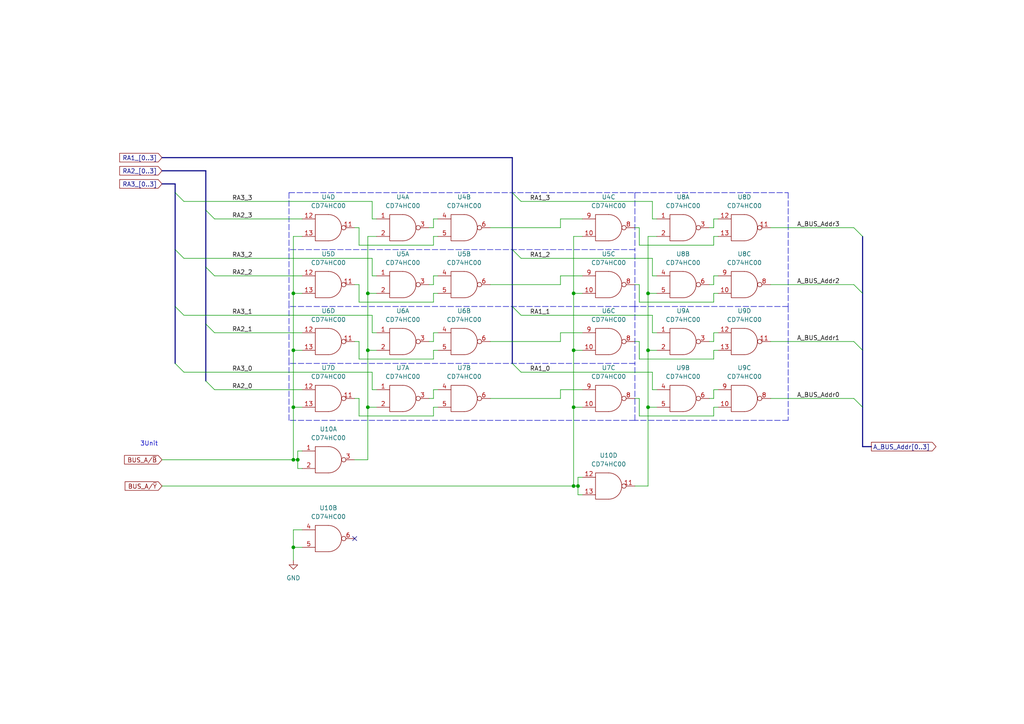
<source format=kicad_sch>
(kicad_sch (version 20211123) (generator eeschema)
  (paper "A4")
  (lib_symbols
    (symbol "CD74HCxx:CD74HC00" (pin_names (offset 0.762))
      (property "Reference" "U" (at -2.54 6.985 0))
      (property "Value" "CD74HC00" (at 1.27 5.08 0))
      (symbol "CD74HC00_0_0"
        (pin power_in line (at -2.54 2.54 0) (length 0) hide (name "VCC") (number "14"))
        (pin power_in line (at -2.54 -2.54 0) (length 0) hide (name "GND") (number "7"))
      )
      (symbol "CD74HC00_0_1"
        (arc (start 0 -3.81) (mid 3.81 0) (end 0 3.81))
        (polyline (pts (xy 0 3.81) (xy -3.81 3.81) (xy -3.81 -3.81) (xy 0 -3.81)))
      )
      (symbol "CD74HC00_0_2"
        (arc (start -4.445 -3.81) (mid -3.175 0) (end -4.445 3.81))
        (arc (start -3.175 -3.81) (mid 0.803 -2.7954) (end 3.81 0))
        (polyline (pts (xy -4.445 -3.81) (xy -3.175 -3.81)))
        (polyline (pts (xy -4.445 3.81) (xy -3.175 3.81)))
        (arc (start 3.81 0) (mid 0.8099 2.8117) (end -3.175 3.81))
      )
      (symbol "CD74HC00_1_1"
        (pin input line (at -7.62 2.54 0) (length 3.81) (name "~") (number "1"))
        (pin input line (at -7.62 -2.54 0) (length 3.81) (name "~") (number "2"))
        (pin output inverted (at 7.62 0 180) (length 3.81) (name "~") (number "3"))
      )
      (symbol "CD74HC00_1_2"
        (pin input inverted (at -7.62 2.54 0) (length 3.81) (name "~") (number "1"))
        (pin input inverted (at -7.62 -2.54 0) (length 3.81) (name "~") (number "2"))
        (pin output line (at 7.62 0 180) (length 3.81) (name "~") (number "3"))
      )
      (symbol "CD74HC00_2_1"
        (pin input line (at -7.62 2.54 0) (length 3.81) (name "~") (number "4"))
        (pin input line (at -7.62 -2.54 0) (length 3.81) (name "~") (number "5"))
        (pin output inverted (at 7.62 0 180) (length 3.81) (name "~") (number "6"))
      )
      (symbol "CD74HC00_2_2"
        (pin input inverted (at -7.62 2.54 0) (length 3.81) (name "~") (number "4"))
        (pin input inverted (at -7.62 -2.54 0) (length 3.81) (name "~") (number "5"))
        (pin output line (at 7.62 0 180) (length 3.81) (name "~") (number "6"))
      )
      (symbol "CD74HC00_3_1"
        (pin input line (at -7.62 -2.54 0) (length 3.81) (name "~") (number "10"))
        (pin output inverted (at 7.62 0 180) (length 3.81) (name "~") (number "8"))
        (pin input line (at -7.62 2.54 0) (length 3.81) (name "~") (number "9"))
      )
      (symbol "CD74HC00_3_2"
        (pin input inverted (at -7.62 -2.54 0) (length 3.81) (name "~") (number "10"))
        (pin output line (at 7.62 0 180) (length 3.81) (name "~") (number "8"))
        (pin input inverted (at -7.62 2.54 0) (length 3.81) (name "~") (number "9"))
      )
      (symbol "CD74HC00_4_1"
        (pin output inverted (at 7.62 0 180) (length 3.81) (name "~") (number "11"))
        (pin input line (at -7.62 2.54 0) (length 3.81) (name "~") (number "12"))
        (pin input line (at -7.62 -2.54 0) (length 3.81) (name "~") (number "13"))
      )
      (symbol "CD74HC00_4_2"
        (pin output line (at 7.62 0 180) (length 3.81) (name "~") (number "11"))
        (pin input inverted (at -7.62 2.54 0) (length 3.81) (name "~") (number "12"))
        (pin input inverted (at -7.62 -2.54 0) (length 3.81) (name "~") (number "13"))
      )
    )
    (symbol "power:GND" (power) (pin_names (offset 0))
      (property "Value" "GND" (at 0 -3.81 0))
      (symbol "GND_0_1"
        (polyline (pts (xy 0 0) (xy 0 -1.27) (xy 1.27 -1.27) (xy 0 -2.54) (xy -1.27 -1.27) (xy 0 -1.27)))
      )
      (symbol "GND_1_1"
        (pin power_in line (at 0 0 270) (length 0) hide (name "GND") (number "1"))
      )
    )
  )
  (junction (at 86.36 133.35))
  (junction (at 166.37 85.09))
  (junction (at 106.68 118.11))
  (junction (at 187.96 118.11))
  (junction (at 166.37 140.97))
  (junction (at 187.96 101.6))
  (junction (at 85.09 85.09))
  (junction (at 85.09 133.35))
  (junction (at 187.96 85.09))
  (junction (at 85.09 118.11))
  (junction (at 166.37 101.6))
  (junction (at 106.68 85.09))
  (junction (at 166.37 118.11))
  (junction (at 106.68 101.6))
  (junction (at 85.09 158.75))
  (junction (at 167.64 140.97))
  (junction (at 85.09 101.6))
  (no_connect (at 102.87 156.21))
  (bus_entry (at 247.65 99.06) (size 2.54 2.54))
  (bus_entry (at 151.13 91.44) (size -2.54 -2.54))
  (bus_entry (at 151.13 74.93) (size -2.54 -2.54))
  (bus_entry (at 247.65 115.57) (size 2.54 2.54))
  (bus_entry (at 53.34 58.42) (size -2.54 -2.54))
  (bus_entry (at 247.65 66.04) (size 2.54 2.54))
  (bus_entry (at 151.13 58.42) (size -2.54 -2.54))
  (bus_entry (at 53.34 74.93) (size -2.54 -2.54))
  (bus_entry (at 62.23 96.52) (size -2.54 -2.54))
  (bus_entry (at 53.34 107.95) (size -2.54 -2.54))
  (bus_entry (at 53.34 91.44) (size -2.54 -2.54))
  (bus_entry (at 62.23 113.03) (size -2.54 -2.54))
  (bus_entry (at 62.23 80.01) (size -2.54 -2.54))
  (bus_entry (at 62.23 63.5) (size -2.54 -2.54))
  (bus_entry (at 247.65 82.55) (size 2.54 2.54))
  (bus_entry (at 151.13 107.95) (size -2.54 -2.54))
  (polyline (pts (xy 83.82 121.92) (xy 83.82 105.41)))
  (wire (pts (xy 166.37 118.11) (xy 168.91 118.11)))
  (wire (pts (xy 107.95 113.03) (xy 107.95 107.95)))
  (wire (pts (xy 207.01 80.01) (xy 208.28 80.01)))
  (wire (pts (xy 85.09 153.67) (xy 85.09 158.75)))
  (wire (pts (xy 102.87 133.35) (xy 106.68 133.35)))
  (polyline (pts (xy 228.6 55.88) (xy 228.6 88.9)))
  (polyline (pts (xy 83.82 88.9) (xy 83.82 72.39)))
  (wire (pts (xy 207.01 113.03) (xy 208.28 113.03)))
  (wire (pts (xy 109.22 63.5) (xy 107.95 63.5)))
  (polyline (pts (xy 184.15 121.92) (xy 83.82 121.92)))
  (wire (pts (xy 184.15 99.06) (xy 185.42 99.06)))
  (wire (pts (xy 125.73 66.04) (xy 125.73 63.5)))
  (wire (pts (xy 166.37 85.09) (xy 166.37 101.6)))
  (wire (pts (xy 62.23 96.52) (xy 87.63 96.52)))
  (wire (pts (xy 102.87 99.06) (xy 104.14 99.06)))
  (wire (pts (xy 104.14 115.57) (xy 104.14 120.65)))
  (wire (pts (xy 207.01 63.5) (xy 208.28 63.5)))
  (wire (pts (xy 109.22 80.01) (xy 107.95 80.01)))
  (wire (pts (xy 187.96 101.6) (xy 190.5 101.6)))
  (wire (pts (xy 62.23 113.03) (xy 87.63 113.03)))
  (wire (pts (xy 85.09 68.58) (xy 87.63 68.58)))
  (wire (pts (xy 189.23 113.03) (xy 189.23 107.95)))
  (wire (pts (xy 85.09 158.75) (xy 85.09 162.56)))
  (wire (pts (xy 86.36 130.81) (xy 86.36 133.35)))
  (wire (pts (xy 185.42 120.65) (xy 207.01 120.65)))
  (wire (pts (xy 207.01 68.58) (xy 208.28 68.58)))
  (wire (pts (xy 104.14 66.04) (xy 104.14 71.12)))
  (wire (pts (xy 185.42 82.55) (xy 185.42 87.63)))
  (wire (pts (xy 106.68 68.58) (xy 109.22 68.58)))
  (wire (pts (xy 167.64 143.51) (xy 168.91 143.51)))
  (wire (pts (xy 104.14 71.12) (xy 125.73 71.12)))
  (wire (pts (xy 124.46 66.04) (xy 125.73 66.04)))
  (wire (pts (xy 190.5 96.52) (xy 189.23 96.52)))
  (bus (pts (xy 250.19 85.09) (xy 250.19 68.58)))
  (wire (pts (xy 125.73 85.09) (xy 127 85.09)))
  (wire (pts (xy 166.37 68.58) (xy 168.91 68.58)))
  (wire (pts (xy 125.73 101.6) (xy 127 101.6)))
  (wire (pts (xy 207.01 82.55) (xy 207.01 80.01)))
  (bus (pts (xy 50.8 88.9) (xy 50.8 105.41)))
  (wire (pts (xy 106.68 118.11) (xy 109.22 118.11)))
  (wire (pts (xy 124.46 115.57) (xy 125.73 115.57)))
  (bus (pts (xy 148.59 55.88) (xy 148.59 72.39)))
  (bus (pts (xy 59.69 60.96) (xy 59.69 77.47)))
  (wire (pts (xy 102.87 82.55) (xy 104.14 82.55)))
  (wire (pts (xy 85.09 85.09) (xy 85.09 101.6)))
  (wire (pts (xy 125.73 71.12) (xy 125.73 68.58)))
  (polyline (pts (xy 228.6 121.92) (xy 184.15 121.92)))
  (polyline (pts (xy 184.15 88.9) (xy 184.15 72.39)))
  (wire (pts (xy 125.73 99.06) (xy 125.73 96.52)))
  (wire (pts (xy 46.99 133.35) (xy 85.09 133.35)))
  (wire (pts (xy 142.24 115.57) (xy 162.56 115.57)))
  (wire (pts (xy 102.87 66.04) (xy 104.14 66.04)))
  (wire (pts (xy 53.34 58.42) (xy 107.95 58.42)))
  (wire (pts (xy 162.56 96.52) (xy 168.91 96.52)))
  (bus (pts (xy 46.99 49.53) (xy 59.69 49.53)))
  (wire (pts (xy 207.01 118.11) (xy 208.28 118.11)))
  (polyline (pts (xy 184.15 121.92) (xy 184.15 105.41)))
  (bus (pts (xy 46.99 45.72) (xy 148.59 45.72)))
  (wire (pts (xy 190.5 80.01) (xy 189.23 80.01)))
  (wire (pts (xy 207.01 104.14) (xy 207.01 101.6)))
  (bus (pts (xy 50.8 55.88) (xy 50.8 53.34)))
  (bus (pts (xy 148.59 45.72) (xy 148.59 55.88)))
  (bus (pts (xy 59.69 93.98) (xy 59.69 110.49)))
  (wire (pts (xy 223.52 66.04) (xy 247.65 66.04)))
  (wire (pts (xy 85.09 101.6) (xy 87.63 101.6)))
  (wire (pts (xy 166.37 68.58) (xy 166.37 85.09)))
  (wire (pts (xy 205.74 66.04) (xy 207.01 66.04)))
  (wire (pts (xy 189.23 63.5) (xy 189.23 58.42)))
  (wire (pts (xy 205.74 115.57) (xy 207.01 115.57)))
  (bus (pts (xy 59.69 49.53) (xy 59.69 60.96)))
  (wire (pts (xy 151.13 58.42) (xy 189.23 58.42)))
  (wire (pts (xy 223.52 99.06) (xy 247.65 99.06)))
  (wire (pts (xy 185.42 99.06) (xy 185.42 104.14)))
  (bus (pts (xy 250.19 129.54) (xy 252.73 129.54)))
  (wire (pts (xy 107.95 80.01) (xy 107.95 74.93)))
  (wire (pts (xy 223.52 82.55) (xy 247.65 82.55)))
  (wire (pts (xy 187.96 101.6) (xy 187.96 118.11)))
  (wire (pts (xy 207.01 115.57) (xy 207.01 113.03)))
  (wire (pts (xy 125.73 80.01) (xy 127 80.01)))
  (wire (pts (xy 151.13 74.93) (xy 189.23 74.93)))
  (wire (pts (xy 106.68 101.6) (xy 106.68 118.11)))
  (wire (pts (xy 167.64 138.43) (xy 167.64 140.97)))
  (wire (pts (xy 85.09 85.09) (xy 87.63 85.09)))
  (wire (pts (xy 162.56 80.01) (xy 168.91 80.01)))
  (wire (pts (xy 184.15 82.55) (xy 185.42 82.55)))
  (bus (pts (xy 250.19 129.54) (xy 250.19 118.11)))
  (wire (pts (xy 162.56 82.55) (xy 162.56 80.01)))
  (wire (pts (xy 207.01 71.12) (xy 207.01 68.58)))
  (wire (pts (xy 185.42 66.04) (xy 185.42 71.12)))
  (wire (pts (xy 125.73 96.52) (xy 127 96.52)))
  (wire (pts (xy 189.23 96.52) (xy 189.23 91.44)))
  (wire (pts (xy 166.37 140.97) (xy 167.64 140.97)))
  (wire (pts (xy 85.09 118.11) (xy 85.09 133.35)))
  (wire (pts (xy 142.24 99.06) (xy 162.56 99.06)))
  (wire (pts (xy 53.34 107.95) (xy 107.95 107.95)))
  (wire (pts (xy 189.23 80.01) (xy 189.23 74.93)))
  (polyline (pts (xy 83.82 105.41) (xy 83.82 88.9)))
  (wire (pts (xy 104.14 87.63) (xy 125.73 87.63)))
  (wire (pts (xy 185.42 87.63) (xy 207.01 87.63)))
  (wire (pts (xy 125.73 63.5) (xy 127 63.5)))
  (wire (pts (xy 166.37 118.11) (xy 166.37 140.97)))
  (wire (pts (xy 166.37 85.09) (xy 168.91 85.09)))
  (polyline (pts (xy 184.15 88.9) (xy 184.15 105.41)))
  (wire (pts (xy 104.14 82.55) (xy 104.14 87.63)))
  (wire (pts (xy 53.34 91.44) (xy 107.95 91.44)))
  (wire (pts (xy 109.22 96.52) (xy 107.95 96.52)))
  (wire (pts (xy 142.24 82.55) (xy 162.56 82.55)))
  (wire (pts (xy 207.01 66.04) (xy 207.01 63.5)))
  (bus (pts (xy 148.59 72.39) (xy 148.59 88.9)))
  (wire (pts (xy 207.01 87.63) (xy 207.01 85.09)))
  (wire (pts (xy 187.96 85.09) (xy 190.5 85.09)))
  (wire (pts (xy 184.15 115.57) (xy 185.42 115.57)))
  (wire (pts (xy 207.01 101.6) (xy 208.28 101.6)))
  (wire (pts (xy 125.73 87.63) (xy 125.73 85.09)))
  (wire (pts (xy 87.63 153.67) (xy 85.09 153.67)))
  (polyline (pts (xy 83.82 55.88) (xy 184.15 55.88)))
  (wire (pts (xy 151.13 91.44) (xy 189.23 91.44)))
  (wire (pts (xy 125.73 120.65) (xy 125.73 118.11)))
  (wire (pts (xy 85.09 101.6) (xy 85.09 118.11)))
  (wire (pts (xy 104.14 120.65) (xy 125.73 120.65)))
  (wire (pts (xy 184.15 66.04) (xy 185.42 66.04)))
  (wire (pts (xy 62.23 80.01) (xy 87.63 80.01)))
  (wire (pts (xy 53.34 74.93) (xy 107.95 74.93)))
  (wire (pts (xy 205.74 99.06) (xy 207.01 99.06)))
  (wire (pts (xy 185.42 115.57) (xy 185.42 120.65)))
  (bus (pts (xy 46.99 53.34) (xy 50.8 53.34)))
  (bus (pts (xy 250.19 118.11) (xy 250.19 101.6)))
  (wire (pts (xy 190.5 113.03) (xy 189.23 113.03)))
  (wire (pts (xy 207.01 85.09) (xy 208.28 85.09)))
  (wire (pts (xy 185.42 71.12) (xy 207.01 71.12)))
  (wire (pts (xy 107.95 63.5) (xy 107.95 58.42)))
  (wire (pts (xy 207.01 99.06) (xy 207.01 96.52)))
  (bus (pts (xy 250.19 101.6) (xy 250.19 85.09)))
  (wire (pts (xy 87.63 130.81) (xy 86.36 130.81)))
  (wire (pts (xy 162.56 99.06) (xy 162.56 96.52)))
  (wire (pts (xy 207.01 120.65) (xy 207.01 118.11)))
  (wire (pts (xy 187.96 118.11) (xy 187.96 140.97)))
  (wire (pts (xy 125.73 82.55) (xy 125.73 80.01)))
  (wire (pts (xy 142.24 66.04) (xy 162.56 66.04)))
  (wire (pts (xy 106.68 101.6) (xy 109.22 101.6)))
  (wire (pts (xy 106.68 85.09) (xy 109.22 85.09)))
  (wire (pts (xy 168.91 138.43) (xy 167.64 138.43)))
  (polyline (pts (xy 184.15 88.9) (xy 83.82 88.9)))
  (wire (pts (xy 85.09 133.35) (xy 86.36 133.35)))
  (wire (pts (xy 190.5 63.5) (xy 189.23 63.5)))
  (wire (pts (xy 107.95 96.52) (xy 107.95 91.44)))
  (wire (pts (xy 162.56 113.03) (xy 168.91 113.03)))
  (wire (pts (xy 125.73 104.14) (xy 125.73 101.6)))
  (wire (pts (xy 185.42 104.14) (xy 207.01 104.14)))
  (wire (pts (xy 104.14 104.14) (xy 125.73 104.14)))
  (polyline (pts (xy 228.6 88.9) (xy 184.15 88.9)))
  (wire (pts (xy 124.46 99.06) (xy 125.73 99.06)))
  (wire (pts (xy 124.46 82.55) (xy 125.73 82.55)))
  (wire (pts (xy 104.14 99.06) (xy 104.14 104.14)))
  (polyline (pts (xy 184.15 55.88) (xy 228.6 55.88)))
  (wire (pts (xy 46.99 140.97) (xy 166.37 140.97)))
  (wire (pts (xy 223.52 115.57) (xy 247.65 115.57)))
  (wire (pts (xy 187.96 68.58) (xy 187.96 85.09)))
  (wire (pts (xy 85.09 68.58) (xy 85.09 85.09)))
  (bus (pts (xy 59.69 77.47) (xy 59.69 93.98)))
  (bus (pts (xy 148.59 88.9) (xy 148.59 105.41)))
  (wire (pts (xy 207.01 96.52) (xy 208.28 96.52)))
  (wire (pts (xy 125.73 113.03) (xy 127 113.03)))
  (wire (pts (xy 85.09 118.11) (xy 87.63 118.11)))
  (wire (pts (xy 125.73 68.58) (xy 127 68.58)))
  (wire (pts (xy 125.73 118.11) (xy 127 118.11)))
  (wire (pts (xy 86.36 135.89) (xy 87.63 135.89)))
  (polyline (pts (xy 184.15 72.39) (xy 83.82 72.39)))
  (polyline (pts (xy 83.82 55.88) (xy 83.82 72.39)))
  (wire (pts (xy 162.56 115.57) (xy 162.56 113.03)))
  (polyline (pts (xy 184.15 105.41) (xy 83.82 105.41)))
  (bus (pts (xy 50.8 55.88) (xy 50.8 72.39)))
  (wire (pts (xy 62.23 63.5) (xy 87.63 63.5)))
  (wire (pts (xy 166.37 101.6) (xy 166.37 118.11)))
  (wire (pts (xy 162.56 63.5) (xy 168.91 63.5)))
  (wire (pts (xy 106.68 85.09) (xy 106.68 101.6)))
  (wire (pts (xy 167.64 140.97) (xy 167.64 143.51)))
  (wire (pts (xy 85.09 158.75) (xy 87.63 158.75)))
  (polyline (pts (xy 184.15 55.88) (xy 184.15 72.39)))
  (bus (pts (xy 50.8 72.39) (xy 50.8 88.9)))
  (wire (pts (xy 102.87 115.57) (xy 104.14 115.57)))
  (wire (pts (xy 187.96 68.58) (xy 190.5 68.58)))
  (wire (pts (xy 86.36 133.35) (xy 86.36 135.89)))
  (wire (pts (xy 187.96 85.09) (xy 187.96 101.6)))
  (wire (pts (xy 106.68 118.11) (xy 106.68 133.35)))
  (wire (pts (xy 106.68 68.58) (xy 106.68 85.09)))
  (wire (pts (xy 166.37 101.6) (xy 168.91 101.6)))
  (polyline (pts (xy 228.6 88.9) (xy 228.6 121.92)))
  (wire (pts (xy 205.74 82.55) (xy 207.01 82.55)))
  (wire (pts (xy 162.56 66.04) (xy 162.56 63.5)))
  (wire (pts (xy 109.22 113.03) (xy 107.95 113.03)))
  (wire (pts (xy 187.96 118.11) (xy 190.5 118.11)))
  (wire (pts (xy 125.73 115.57) (xy 125.73 113.03)))
  (wire (pts (xy 151.13 107.95) (xy 189.23 107.95)))
  (wire (pts (xy 184.15 140.97) (xy 187.96 140.97)))
  (text "3Unit" (at 40.64 129.54 0) (effects (font (size 1.27 1.27)) (justify left bottom)))
  (label "RA2_3" (at 67.31 63.5 0))
  (label "A_BUS_Addr0" (at 231.14 115.57 0))
  (label "A_BUS_Addr2" (at 231.14 82.55 0))
  (label "RA1_1" (at 153.67 91.44 0))
  (label "RA2_1" (at 67.31 96.52 0))
  (label "RA2_2" (at 67.31 80.01 0))
  (label "RA1_3" (at 153.67 58.42 0))
  (label "RA3_0" (at 67.31 107.95 0))
  (label "RA1_0" (at 153.67 107.95 0))
  (label "A_BUS_Addr1" (at 231.14 99.06 0))
  (label "RA3_1" (at 67.31 91.44 0))
  (label "A_BUS_Addr3" (at 231.14 66.04 0))
  (label "RA3_3" (at 67.31 58.42 0))
  (label "RA3_2" (at 67.31 74.93 0))
  (label "RA2_0" (at 67.31 113.03 0))
  (label "RA1_2" (at 153.67 74.93 0))
  (global_label "RA3_[0..3]" (shape input) (at 46.99 53.34 180) (property "Intersheet References" "${INTERSHEET_REFS}" (effects hide)))
  (global_label "A_BUS_Addr[0..3]" (shape output) (at 252.73 129.54 0) (property "Intersheet References" "${INTERSHEET_REFS}" (effects hide)))
  (global_label "BUS_A{slash}~{Y}" (shape input) (at 46.99 140.97 180) (property "Intersheet References" "${INTERSHEET_REFS}" (effects hide)))
  (global_label "RA2_[0..3]" (shape input) (at 46.99 49.53 180) (property "Intersheet References" "${INTERSHEET_REFS}" (effects hide)))
  (global_label "BUS_A{slash}~{B}" (shape input) (at 46.99 133.35 180) (property "Intersheet References" "${INTERSHEET_REFS}" (effects hide)))
  (global_label "RA1_[0..3]" (shape input) (at 46.99 45.72 180) (property "Intersheet References" "${INTERSHEET_REFS}" (effects hide)))
  (symbol (lib_id "CD74HCxx:CD74HC00") (at 215.9 66.04 0) (unit 4)
    (property "Reference" "U8" (at 215.9 57.15 0))
    (property "Value" "CD74HC00" (at 215.9 59.69 0))
    (property "Footprint" "Package_DIP:DIP-14_W7.62mm" (effects hide))
  )
  (symbol (lib_id "CD74HCxx:CD74HC00") (at 176.53 140.97 0) (unit 4)
    (property "Reference" "U10" (at 176.53 132.08 0))
    (property "Value" "CD74HC00" (at 176.53 134.62 0))
    (property "Footprint" "Package_DIP:DIP-14_W7.62mm" (effects hide))
  )
  (symbol (lib_id "CD74HCxx:CD74HC00") (at 95.25 115.57 0) (unit 4)
    (property "Reference" "U7" (at 95.25 106.68 0))
    (property "Value" "CD74HC00" (at 95.25 109.22 0))
    (property "Footprint" "Package_DIP:DIP-14_W7.62mm" (effects hide))
  )
  (symbol (lib_id "CD74HCxx:CD74HC00") (at 176.53 82.55 0) (unit 3)
    (property "Reference" "U5" (at 176.53 73.66 0))
    (property "Value" "CD74HC00" (at 176.53 76.2 0))
    (property "Footprint" "Package_DIP:DIP-14_W7.62mm" (effects hide))
  )
  (symbol (lib_id "CD74HCxx:CD74HC00") (at 215.9 115.57 0) (unit 3)
    (property "Reference" "U9" (at 215.9 106.68 0))
    (property "Value" "CD74HC00" (at 215.9 109.22 0))
    (property "Footprint" "Package_DIP:DIP-14_W7.62mm" (effects hide))
  )
  (symbol (lib_id "CD74HCxx:CD74HC00") (at 95.25 133.35 0) (unit 1)
    (property "Reference" "U10" (at 95.25 124.46 0))
    (property "Value" "CD74HC00" (at 95.25 127 0))
    (property "Footprint" "Package_DIP:DIP-14_W7.62mm" (effects hide))
  )
  (symbol (lib_id "CD74HCxx:CD74HC00") (at 116.84 82.55 0) (unit 1)
    (property "Reference" "U5" (at 116.84 73.66 0))
    (property "Value" "CD74HC00" (at 116.84 76.2 0))
    (property "Footprint" "Package_DIP:DIP-14_W7.62mm" (effects hide))
  )
  (symbol (lib_id "CD74HCxx:CD74HC00") (at 95.25 66.04 0) (unit 4)
    (property "Reference" "U4" (at 95.25 57.15 0))
    (property "Value" "CD74HC00" (at 95.25 59.69 0))
    (property "Footprint" "Package_DIP:DIP-14_W7.62mm" (effects hide))
  )
  (symbol (lib_id "CD74HCxx:CD74HC00") (at 198.12 66.04 0) (unit 1)
    (property "Reference" "U8" (at 198.12 57.15 0))
    (property "Value" "CD74HC00" (at 198.12 59.69 0))
    (property "Footprint" "Package_DIP:DIP-14_W7.62mm" (effects hide))
  )
  (symbol (lib_id "CD74HCxx:CD74HC00") (at 134.62 66.04 0) (unit 2)
    (property "Reference" "U4" (at 134.62 57.15 0))
    (property "Value" "CD74HC00" (at 134.62 59.69 0))
    (property "Footprint" "Package_DIP:DIP-14_W7.62mm" (effects hide))
  )
  (symbol (lib_id "CD74HCxx:CD74HC00") (at 198.12 115.57 0) (unit 2)
    (property "Reference" "U9" (at 198.12 106.68 0))
    (property "Value" "CD74HC00" (at 198.12 109.22 0))
    (property "Footprint" "Package_DIP:DIP-14_W7.62mm" (effects hide))
  )
  (symbol (lib_id "CD74HCxx:CD74HC00") (at 134.62 115.57 0) (unit 2)
    (property "Reference" "U7" (at 134.62 106.68 0))
    (property "Value" "CD74HC00" (at 134.62 109.22 0))
    (property "Footprint" "Package_DIP:DIP-14_W7.62mm" (effects hide))
  )
  (symbol (lib_id "CD74HCxx:CD74HC00") (at 198.12 99.06 0) (unit 1)
    (property "Reference" "U9" (at 198.12 90.17 0))
    (property "Value" "CD74HC00" (at 198.12 92.71 0))
    (property "Footprint" "Package_DIP:DIP-14_W7.62mm" (effects hide))
  )
  (symbol (lib_id "CD74HCxx:CD74HC00") (at 198.12 82.55 0) (unit 2)
    (property "Reference" "U8" (at 198.12 73.66 0))
    (property "Value" "CD74HC00" (at 198.12 76.2 0))
    (property "Footprint" "Package_DIP:DIP-14_W7.62mm" (effects hide))
  )
  (symbol (lib_id "CD74HCxx:CD74HC00") (at 176.53 66.04 0) (unit 3)
    (property "Reference" "U4" (at 176.53 57.15 0))
    (property "Value" "CD74HC00" (at 176.53 59.69 0))
    (property "Footprint" "Package_DIP:DIP-14_W7.62mm" (effects hide))
  )
  (symbol (lib_id "CD74HCxx:CD74HC00") (at 176.53 115.57 0) (unit 3)
    (property "Reference" "U7" (at 176.53 106.68 0))
    (property "Value" "CD74HC00" (at 176.53 109.22 0))
    (property "Footprint" "Package_DIP:DIP-14_W7.62mm" (effects hide))
  )
  (symbol (lib_id "CD74HCxx:CD74HC00") (at 116.84 99.06 0) (unit 1)
    (property "Reference" "U6" (at 116.84 90.17 0))
    (property "Value" "CD74HC00" (at 116.84 92.71 0))
    (property "Footprint" "Package_DIP:DIP-14_W7.62mm" (effects hide))
  )
  (symbol (lib_id "CD74HCxx:CD74HC00") (at 95.25 99.06 0) (unit 4)
    (property "Reference" "U6" (at 95.25 90.17 0))
    (property "Value" "CD74HC00" (at 95.25 92.71 0))
    (property "Footprint" "Package_DIP:DIP-14_W7.62mm" (effects hide))
  )
  (symbol (lib_id "CD74HCxx:CD74HC00") (at 215.9 82.55 0) (unit 3)
    (property "Reference" "U8" (at 215.9 73.66 0))
    (property "Value" "CD74HC00" (at 215.9 76.2 0))
    (property "Footprint" "Package_DIP:DIP-14_W7.62mm" (effects hide))
  )
  (symbol (lib_id "CD74HCxx:CD74HC00") (at 176.53 99.06 0) (unit 3)
    (property "Reference" "U6" (at 176.53 90.17 0))
    (property "Value" "CD74HC00" (at 176.53 92.71 0))
    (property "Footprint" "Package_DIP:DIP-14_W7.62mm" (effects hide))
  )
  (symbol (lib_id "CD74HCxx:CD74HC00") (at 95.25 156.21 0) (unit 2)
    (property "Reference" "U10" (at 95.25 147.32 0))
    (property "Value" "CD74HC00" (at 95.25 149.86 0))
    (property "Footprint" "Package_DIP:DIP-14_W7.62mm" (effects hide))
  )
  (symbol (lib_id "CD74HCxx:CD74HC00") (at 134.62 82.55 0) (unit 2)
    (property "Reference" "U5" (at 134.62 73.66 0))
    (property "Value" "CD74HC00" (at 134.62 76.2 0))
    (property "Footprint" "Package_DIP:DIP-14_W7.62mm" (effects hide))
  )
  (symbol (lib_id "CD74HCxx:CD74HC00") (at 95.25 82.55 0) (unit 4)
    (property "Reference" "U5" (at 95.25 73.66 0))
    (property "Value" "CD74HC00" (at 95.25 76.2 0))
    (property "Footprint" "Package_DIP:DIP-14_W7.62mm" (effects hide))
  )
  (symbol (lib_id "CD74HCxx:CD74HC00") (at 215.9 99.06 0) (unit 4)
    (property "Reference" "U9" (at 215.9 90.17 0))
    (property "Value" "CD74HC00" (at 215.9 92.71 0))
    (property "Footprint" "Package_DIP:DIP-14_W7.62mm" (effects hide))
  )
  (symbol (lib_id "CD74HCxx:CD74HC00") (at 134.62 99.06 0) (unit 2)
    (property "Reference" "U6" (at 134.62 90.17 0))
    (property "Value" "CD74HC00" (at 134.62 92.71 0))
    (property "Footprint" "Package_DIP:DIP-14_W7.62mm" (effects hide))
  )
  (symbol (lib_id "CD74HCxx:CD74HC00") (at 116.84 115.57 0) (unit 1)
    (property "Reference" "U7" (at 116.84 106.68 0))
    (property "Value" "CD74HC00" (at 116.84 109.22 0))
    (property "Footprint" "Package_DIP:DIP-14_W7.62mm" (effects hide))
  )
  (symbol (lib_id "power:GND") (at 85.09 162.56 0) (unit 1)
    (property "Reference" "#PWR018" (effects hide))
    (property "Value" "GND" (at 85.09 167.64 0))
  )
  (symbol (lib_id "CD74HCxx:CD74HC00") (at 116.84 66.04 0) (unit 1)
    (property "Reference" "U4" (at 116.84 57.15 0))
    (property "Value" "CD74HC00" (at 116.84 59.69 0))
    (property "Footprint" "Package_DIP:DIP-14_W7.62mm" (effects hide))
  )
)
</source>
